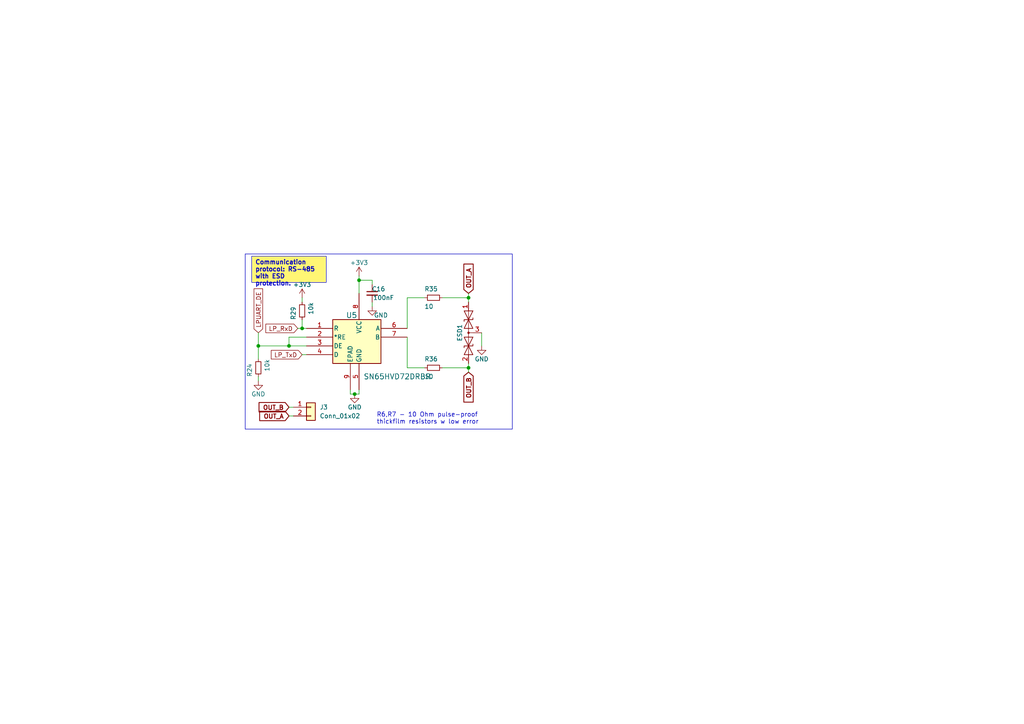
<source format=kicad_sch>
(kicad_sch (version 20230121) (generator eeschema)

  (uuid 46e1c420-73de-4b11-81f8-36f98e171fb4)

  (paper "A4")

  (lib_symbols
    (symbol "1.Texas_Instruments:SN65HVD72DRBR" (pin_names (offset 0.254)) (in_bom yes) (on_board yes)
      (property "Reference" "U" (at 1.27 1.27 0)
        (effects (font (size 1.524 1.524)))
      )
      (property "Value" "SN65HVD72DRBR" (at 18.415 -13.97 0)
        (effects (font (size 1.524 1.524)))
      )
      (property "Footprint" "DRB8_1P65X2P4_TEX" (at 52.07 -5.715 0)
        (effects (font (size 1.27 1.27) italic) hide)
      )
      (property "Datasheet" "SN65HVD72DRBR" (at 50.165 -3.81 0)
        (effects (font (size 1.27 1.27) italic) hide)
      )
      (property "ki_locked" "" (at 0 0 0)
        (effects (font (size 1.27 1.27)))
      )
      (property "ki_keywords" "SN65HVD72DRBR" (at 0 0 0)
        (effects (font (size 1.27 1.27)) hide)
      )
      (property "ki_fp_filters" "DRB8_1P65X2P4_TEX" (at 0 0 0)
        (effects (font (size 1.27 1.27)) hide)
      )
      (symbol "SN65HVD72DRBR_0_1"
        (pin output line (at -7.62 -2.54 0) (length 7.62)
          (name "R" (effects (font (size 1.27 1.27))))
          (number "1" (effects (font (size 1.27 1.27))))
        )
        (pin input line (at -7.62 -5.08 0) (length 7.62)
          (name "*RE" (effects (font (size 1.27 1.27))))
          (number "2" (effects (font (size 1.27 1.27))))
        )
        (pin input line (at -7.62 -7.62 0) (length 7.62)
          (name "DE" (effects (font (size 1.27 1.27))))
          (number "3" (effects (font (size 1.27 1.27))))
        )
        (pin input line (at -7.62 -10.16 0) (length 7.62)
          (name "D" (effects (font (size 1.27 1.27))))
          (number "4" (effects (font (size 1.27 1.27))))
        )
        (pin power_in line (at 7.62 -20.32 90) (length 7.62)
          (name "GND" (effects (font (size 1.27 1.27))))
          (number "5" (effects (font (size 1.27 1.27))))
        )
        (pin bidirectional line (at 21.59 -2.54 180) (length 7.62)
          (name "A" (effects (font (size 1.27 1.27))))
          (number "6" (effects (font (size 1.27 1.27))))
        )
        (pin bidirectional line (at 21.59 -5.08 180) (length 7.62)
          (name "B" (effects (font (size 1.27 1.27))))
          (number "7" (effects (font (size 1.27 1.27))))
        )
        (pin power_in line (at 7.62 7.62 270) (length 7.62)
          (name "VCC" (effects (font (size 1.27 1.27))))
          (number "8" (effects (font (size 1.27 1.27))))
        )
        (pin unspecified line (at 5.08 -20.32 90) (length 7.62)
          (name "EPAD" (effects (font (size 1.27 1.27))))
          (number "9" (effects (font (size 1.27 1.27))))
        )
      )
      (symbol "SN65HVD72DRBR_1_1"
        (rectangle (start 0 0) (end 13.97 -12.7)
          (stroke (width 0.254) (type solid))
          (fill (type background))
        )
      )
    )
    (symbol "Connector_Generic:Conn_01x02" (pin_names (offset 1.016) hide) (in_bom yes) (on_board yes)
      (property "Reference" "J" (at 0 2.54 0)
        (effects (font (size 1.27 1.27)))
      )
      (property "Value" "Conn_01x02" (at 0 -5.08 0)
        (effects (font (size 1.27 1.27)))
      )
      (property "Footprint" "" (at 0 0 0)
        (effects (font (size 1.27 1.27)) hide)
      )
      (property "Datasheet" "~" (at 0 0 0)
        (effects (font (size 1.27 1.27)) hide)
      )
      (property "ki_keywords" "connector" (at 0 0 0)
        (effects (font (size 1.27 1.27)) hide)
      )
      (property "ki_description" "Generic connector, single row, 01x02, script generated (kicad-library-utils/schlib/autogen/connector/)" (at 0 0 0)
        (effects (font (size 1.27 1.27)) hide)
      )
      (property "ki_fp_filters" "Connector*:*_1x??_*" (at 0 0 0)
        (effects (font (size 1.27 1.27)) hide)
      )
      (symbol "Conn_01x02_1_1"
        (rectangle (start -1.27 -2.413) (end 0 -2.667)
          (stroke (width 0.1524) (type default))
          (fill (type none))
        )
        (rectangle (start -1.27 0.127) (end 0 -0.127)
          (stroke (width 0.1524) (type default))
          (fill (type none))
        )
        (rectangle (start -1.27 1.27) (end 1.27 -3.81)
          (stroke (width 0.254) (type default))
          (fill (type background))
        )
        (pin passive line (at -5.08 0 0) (length 3.81)
          (name "Pin_1" (effects (font (size 1.27 1.27))))
          (number "1" (effects (font (size 1.27 1.27))))
        )
        (pin passive line (at -5.08 -2.54 0) (length 3.81)
          (name "Pin_2" (effects (font (size 1.27 1.27))))
          (number "2" (effects (font (size 1.27 1.27))))
        )
      )
    )
    (symbol "Device:C_Small" (pin_numbers hide) (pin_names (offset 0.254) hide) (in_bom yes) (on_board yes)
      (property "Reference" "C" (at 0.254 1.778 0)
        (effects (font (size 1.27 1.27)) (justify left))
      )
      (property "Value" "C_Small" (at 0.254 -2.032 0)
        (effects (font (size 1.27 1.27)) (justify left))
      )
      (property "Footprint" "" (at 0 0 0)
        (effects (font (size 1.27 1.27)) hide)
      )
      (property "Datasheet" "~" (at 0 0 0)
        (effects (font (size 1.27 1.27)) hide)
      )
      (property "ki_keywords" "capacitor cap" (at 0 0 0)
        (effects (font (size 1.27 1.27)) hide)
      )
      (property "ki_description" "Unpolarized capacitor, small symbol" (at 0 0 0)
        (effects (font (size 1.27 1.27)) hide)
      )
      (property "ki_fp_filters" "C_*" (at 0 0 0)
        (effects (font (size 1.27 1.27)) hide)
      )
      (symbol "C_Small_0_1"
        (polyline
          (pts
            (xy -1.524 -0.508)
            (xy 1.524 -0.508)
          )
          (stroke (width 0.3302) (type default))
          (fill (type none))
        )
        (polyline
          (pts
            (xy -1.524 0.508)
            (xy 1.524 0.508)
          )
          (stroke (width 0.3048) (type default))
          (fill (type none))
        )
      )
      (symbol "C_Small_1_1"
        (pin passive line (at 0 2.54 270) (length 2.032)
          (name "~" (effects (font (size 1.27 1.27))))
          (number "1" (effects (font (size 1.27 1.27))))
        )
        (pin passive line (at 0 -2.54 90) (length 2.032)
          (name "~" (effects (font (size 1.27 1.27))))
          (number "2" (effects (font (size 1.27 1.27))))
        )
      )
    )
    (symbol "Device:R_Small" (pin_numbers hide) (pin_names (offset 0.254) hide) (in_bom yes) (on_board yes)
      (property "Reference" "R" (at 0.762 0.508 0)
        (effects (font (size 1.27 1.27)) (justify left))
      )
      (property "Value" "R_Small" (at 0.762 -1.016 0)
        (effects (font (size 1.27 1.27)) (justify left))
      )
      (property "Footprint" "" (at 0 0 0)
        (effects (font (size 1.27 1.27)) hide)
      )
      (property "Datasheet" "~" (at 0 0 0)
        (effects (font (size 1.27 1.27)) hide)
      )
      (property "ki_keywords" "R resistor" (at 0 0 0)
        (effects (font (size 1.27 1.27)) hide)
      )
      (property "ki_description" "Resistor, small symbol" (at 0 0 0)
        (effects (font (size 1.27 1.27)) hide)
      )
      (property "ki_fp_filters" "R_*" (at 0 0 0)
        (effects (font (size 1.27 1.27)) hide)
      )
      (symbol "R_Small_0_1"
        (rectangle (start -0.762 1.778) (end 0.762 -1.778)
          (stroke (width 0.2032) (type default))
          (fill (type none))
        )
      )
      (symbol "R_Small_1_1"
        (pin passive line (at 0 2.54 270) (length 0.762)
          (name "~" (effects (font (size 1.27 1.27))))
          (number "1" (effects (font (size 1.27 1.27))))
        )
        (pin passive line (at 0 -2.54 90) (length 0.762)
          (name "~" (effects (font (size 1.27 1.27))))
          (number "2" (effects (font (size 1.27 1.27))))
        )
      )
    )
    (symbol "Diode:SM712_SOT23" (pin_names (offset 1.016) hide) (in_bom yes) (on_board yes)
      (property "Reference" "D" (at 0 4.445 0)
        (effects (font (size 1.27 1.27)))
      )
      (property "Value" "SM712_SOT23" (at 0 2.54 0)
        (effects (font (size 1.27 1.27)))
      )
      (property "Footprint" "Package_TO_SOT_SMD:SOT-23" (at 0 -8.89 0)
        (effects (font (size 1.27 1.27)) hide)
      )
      (property "Datasheet" "https://www.littelfuse.com/~/media/electronics/datasheets/tvs_diode_arrays/littelfuse_tvs_diode_array_sm712_datasheet.pdf.pdf" (at -3.81 0 0)
        (effects (font (size 1.27 1.27)) hide)
      )
      (property "ki_keywords" "transient voltage suppressor thyrector transil" (at 0 0 0)
        (effects (font (size 1.27 1.27)) hide)
      )
      (property "ki_description" "7V/12V, 600W Asymmetrical TVS Diode Array, SOT-23" (at 0 0 0)
        (effects (font (size 1.27 1.27)) hide)
      )
      (property "ki_fp_filters" "SOT?23*" (at 0 0 0)
        (effects (font (size 1.27 1.27)) hide)
      )
      (symbol "SM712_SOT23_0_0"
        (polyline
          (pts
            (xy 0 -1.27)
            (xy 0 0)
          )
          (stroke (width 0) (type default))
          (fill (type none))
        )
      )
      (symbol "SM712_SOT23_0_1"
        (polyline
          (pts
            (xy -6.35 0)
            (xy 6.35 0)
          )
          (stroke (width 0) (type default))
          (fill (type none))
        )
        (polyline
          (pts
            (xy -3.302 1.27)
            (xy -3.81 1.27)
            (xy -3.81 -1.27)
            (xy -4.318 -1.27)
          )
          (stroke (width 0.2032) (type default))
          (fill (type none))
        )
        (polyline
          (pts
            (xy 4.318 1.27)
            (xy 3.81 1.27)
            (xy 3.81 -1.27)
            (xy 3.302 -1.27)
          )
          (stroke (width 0.2032) (type default))
          (fill (type none))
        )
        (polyline
          (pts
            (xy -6.35 -1.27)
            (xy -1.27 1.27)
            (xy -1.27 -1.27)
            (xy -6.35 1.27)
            (xy -6.35 -1.27)
          )
          (stroke (width 0.2032) (type default))
          (fill (type none))
        )
        (polyline
          (pts
            (xy 1.27 -1.27)
            (xy 1.27 1.27)
            (xy 6.35 -1.27)
            (xy 6.35 1.27)
            (xy 1.27 -1.27)
          )
          (stroke (width 0.2032) (type default))
          (fill (type none))
        )
        (circle (center 0 0) (radius 0.254)
          (stroke (width 0) (type default))
          (fill (type outline))
        )
      )
      (symbol "SM712_SOT23_1_1"
        (pin passive line (at -8.89 0 0) (length 2.54)
          (name "A1" (effects (font (size 1.27 1.27))))
          (number "1" (effects (font (size 1.27 1.27))))
        )
        (pin passive line (at 8.89 0 180) (length 2.54)
          (name "A2" (effects (font (size 1.27 1.27))))
          (number "2" (effects (font (size 1.27 1.27))))
        )
        (pin input line (at 0 -3.81 90) (length 2.54)
          (name "common" (effects (font (size 1.27 1.27))))
          (number "3" (effects (font (size 1.27 1.27))))
        )
      )
    )
    (symbol "power:+3V3" (power) (pin_names (offset 0)) (in_bom yes) (on_board yes)
      (property "Reference" "#PWR" (at 0 -3.81 0)
        (effects (font (size 1.27 1.27)) hide)
      )
      (property "Value" "+3V3" (at 0 3.556 0)
        (effects (font (size 1.27 1.27)))
      )
      (property "Footprint" "" (at 0 0 0)
        (effects (font (size 1.27 1.27)) hide)
      )
      (property "Datasheet" "" (at 0 0 0)
        (effects (font (size 1.27 1.27)) hide)
      )
      (property "ki_keywords" "global power" (at 0 0 0)
        (effects (font (size 1.27 1.27)) hide)
      )
      (property "ki_description" "Power symbol creates a global label with name \"+3V3\"" (at 0 0 0)
        (effects (font (size 1.27 1.27)) hide)
      )
      (symbol "+3V3_0_1"
        (polyline
          (pts
            (xy -0.762 1.27)
            (xy 0 2.54)
          )
          (stroke (width 0) (type default))
          (fill (type none))
        )
        (polyline
          (pts
            (xy 0 0)
            (xy 0 2.54)
          )
          (stroke (width 0) (type default))
          (fill (type none))
        )
        (polyline
          (pts
            (xy 0 2.54)
            (xy 0.762 1.27)
          )
          (stroke (width 0) (type default))
          (fill (type none))
        )
      )
      (symbol "+3V3_1_1"
        (pin power_in line (at 0 0 90) (length 0) hide
          (name "+3V3" (effects (font (size 1.27 1.27))))
          (number "1" (effects (font (size 1.27 1.27))))
        )
      )
    )
    (symbol "power:GND" (power) (pin_names (offset 0)) (in_bom yes) (on_board yes)
      (property "Reference" "#PWR" (at 0 -6.35 0)
        (effects (font (size 1.27 1.27)) hide)
      )
      (property "Value" "GND" (at 0 -3.81 0)
        (effects (font (size 1.27 1.27)))
      )
      (property "Footprint" "" (at 0 0 0)
        (effects (font (size 1.27 1.27)) hide)
      )
      (property "Datasheet" "" (at 0 0 0)
        (effects (font (size 1.27 1.27)) hide)
      )
      (property "ki_keywords" "global power" (at 0 0 0)
        (effects (font (size 1.27 1.27)) hide)
      )
      (property "ki_description" "Power symbol creates a global label with name \"GND\" , ground" (at 0 0 0)
        (effects (font (size 1.27 1.27)) hide)
      )
      (symbol "GND_0_1"
        (polyline
          (pts
            (xy 0 0)
            (xy 0 -1.27)
            (xy 1.27 -1.27)
            (xy 0 -2.54)
            (xy -1.27 -1.27)
            (xy 0 -1.27)
          )
          (stroke (width 0) (type default))
          (fill (type none))
        )
      )
      (symbol "GND_1_1"
        (pin power_in line (at 0 0 270) (length 0) hide
          (name "GND" (effects (font (size 1.27 1.27))))
          (number "1" (effects (font (size 1.27 1.27))))
        )
      )
    )
  )

  (junction (at 135.89 86.36) (diameter 0) (color 0 0 0 0)
    (uuid 131c88c2-ab40-4c67-99cd-4af578f93524)
  )
  (junction (at 102.87 114.3) (diameter 0) (color 0 0 0 0)
    (uuid 1afa2846-34a3-4068-80f7-82a95fa8db8f)
  )
  (junction (at 83.82 100.33) (diameter 0) (color 0 0 0 0)
    (uuid 4d709972-2e9f-4eaa-bf3a-1b9aa43be7eb)
  )
  (junction (at 135.89 106.68) (diameter 0) (color 0 0 0 0)
    (uuid 4e5a4d12-8d7b-4551-ad07-f04c7ea5e670)
  )
  (junction (at 87.63 95.25) (diameter 0) (color 0 0 0 0)
    (uuid 671e2a4b-66ba-43cf-b857-410d701ab1db)
  )
  (junction (at 74.93 100.33) (diameter 0) (color 0 0 0 0)
    (uuid 8492c6fd-f258-4aef-bd0f-6e31a805338b)
  )
  (junction (at 104.14 81.28) (diameter 0) (color 0 0 0 0)
    (uuid 86e3472e-6ca6-40c8-bb2e-4dff39b919d3)
  )

  (wire (pts (xy 83.82 118.11) (xy 85.09 118.11))
    (stroke (width 0) (type default))
    (uuid 02b881cf-55e4-4f0d-b234-e224dd329cdb)
  )
  (wire (pts (xy 139.7 96.52) (xy 139.7 100.33))
    (stroke (width 0) (type default))
    (uuid 042b8a8f-e422-4d2e-87e6-c5c6ffdd11cd)
  )
  (wire (pts (xy 74.93 96.52) (xy 74.93 100.33))
    (stroke (width 0) (type default))
    (uuid 28997c93-f56e-44cc-8431-69a292b22935)
  )
  (wire (pts (xy 118.11 86.36) (xy 123.19 86.36))
    (stroke (width 0) (type default))
    (uuid 2a7f596e-54b1-46a7-89c5-b62dc5590d1a)
  )
  (wire (pts (xy 83.82 97.79) (xy 83.82 100.33))
    (stroke (width 0) (type default))
    (uuid 2dd210b9-d449-4be5-a517-be4c47f7c103)
  )
  (wire (pts (xy 135.89 106.68) (xy 135.89 107.95))
    (stroke (width 0) (type default))
    (uuid 377dbe82-19b0-4d60-8f36-9c821f94ae08)
  )
  (wire (pts (xy 104.14 81.28) (xy 104.14 85.09))
    (stroke (width 0) (type default))
    (uuid 38933ce1-6853-4c6e-99ad-9f3e207ed786)
  )
  (wire (pts (xy 135.89 106.68) (xy 135.89 105.41))
    (stroke (width 0) (type default))
    (uuid 3a0ecc27-2a0f-4a82-b596-5eead7cf2e4e)
  )
  (wire (pts (xy 118.11 86.36) (xy 118.11 95.25))
    (stroke (width 0) (type default))
    (uuid 3d6db94f-9c06-4f93-9d64-f9c82870031e)
  )
  (wire (pts (xy 83.82 120.65) (xy 85.09 120.65))
    (stroke (width 0) (type default))
    (uuid 5316f19e-c409-4d3d-b034-a09742fbcbdd)
  )
  (wire (pts (xy 128.27 106.68) (xy 135.89 106.68))
    (stroke (width 0) (type default))
    (uuid 54a7d804-5842-45e9-965e-1c38f8d2a1cb)
  )
  (wire (pts (xy 83.82 100.33) (xy 88.9 100.33))
    (stroke (width 0) (type default))
    (uuid 5aa18427-ab8b-4291-9a05-37164e6cf3aa)
  )
  (wire (pts (xy 87.63 86.36) (xy 87.63 87.63))
    (stroke (width 0) (type default))
    (uuid 5acc98df-5d2a-4f92-b1c1-76c2980b5885)
  )
  (wire (pts (xy 101.6 113.03) (xy 101.6 114.3))
    (stroke (width 0) (type default))
    (uuid 5f529e22-8a1f-4e58-a04f-8faca61cd4d0)
  )
  (wire (pts (xy 118.11 106.68) (xy 118.11 97.79))
    (stroke (width 0) (type default))
    (uuid 6949820d-139c-47cc-a769-c3f51562cb3d)
  )
  (wire (pts (xy 135.89 85.09) (xy 135.89 86.36))
    (stroke (width 0) (type default))
    (uuid 711d7404-6800-4b29-852c-1b0e472ccc30)
  )
  (wire (pts (xy 87.63 95.25) (xy 88.9 95.25))
    (stroke (width 0) (type default))
    (uuid 7852d45d-7c62-46f6-b5cb-1ba9acf75b7b)
  )
  (wire (pts (xy 87.63 102.87) (xy 88.9 102.87))
    (stroke (width 0) (type default))
    (uuid 796caaba-57e2-4d32-b521-a585eb56d6a3)
  )
  (wire (pts (xy 135.89 86.36) (xy 135.89 87.63))
    (stroke (width 0) (type default))
    (uuid 843b4a6e-6c0c-47d2-b104-3eb5e2474373)
  )
  (wire (pts (xy 107.95 87.63) (xy 107.95 88.9))
    (stroke (width 0) (type default))
    (uuid 88fbbf79-5995-4a53-a114-6ce3231e86f1)
  )
  (wire (pts (xy 107.95 82.55) (xy 107.95 81.28))
    (stroke (width 0) (type default))
    (uuid 9834065c-9a07-4e5c-84e0-d3f9c027bf8a)
  )
  (wire (pts (xy 101.6 114.3) (xy 102.87 114.3))
    (stroke (width 0) (type default))
    (uuid ac63e9e6-03dc-4fbc-8930-665b85f284b6)
  )
  (wire (pts (xy 74.93 109.22) (xy 74.93 110.49))
    (stroke (width 0) (type default))
    (uuid ae68b1ce-d8a9-43c1-b16e-6835e3a0390d)
  )
  (wire (pts (xy 128.27 86.36) (xy 135.89 86.36))
    (stroke (width 0) (type default))
    (uuid b3ab430b-2fc2-4f9c-b430-dc26850d3ccc)
  )
  (wire (pts (xy 104.14 113.03) (xy 104.14 114.3))
    (stroke (width 0) (type default))
    (uuid b52c7e75-85cd-41ba-a614-09ba68926c88)
  )
  (wire (pts (xy 102.87 114.3) (xy 104.14 114.3))
    (stroke (width 0) (type default))
    (uuid b89e091d-e175-41df-acf5-f936717629c8)
  )
  (wire (pts (xy 104.14 80.01) (xy 104.14 81.28))
    (stroke (width 0) (type default))
    (uuid b966df2a-e370-4bd2-9566-73a6d9520457)
  )
  (wire (pts (xy 118.11 106.68) (xy 123.19 106.68))
    (stroke (width 0) (type default))
    (uuid c8a7cd41-53e4-440f-a75e-467b18d3dd68)
  )
  (wire (pts (xy 86.36 95.25) (xy 87.63 95.25))
    (stroke (width 0) (type default))
    (uuid cc46b0ce-67b7-400e-94e4-c029f1c12ffa)
  )
  (wire (pts (xy 74.93 100.33) (xy 83.82 100.33))
    (stroke (width 0) (type default))
    (uuid d598665a-72c6-43de-bc19-ab323c0731b3)
  )
  (wire (pts (xy 87.63 92.71) (xy 87.63 95.25))
    (stroke (width 0) (type default))
    (uuid d8937818-ad59-4979-bfc2-fc46e294fcff)
  )
  (wire (pts (xy 83.82 97.79) (xy 88.9 97.79))
    (stroke (width 0) (type default))
    (uuid d8a9ad86-b6fe-46a3-b603-29b74e5ba247)
  )
  (wire (pts (xy 104.14 81.28) (xy 107.95 81.28))
    (stroke (width 0) (type default))
    (uuid d93cbc2d-7b36-4dab-84f5-d69667ea24c1)
  )
  (wire (pts (xy 74.93 104.14) (xy 74.93 100.33))
    (stroke (width 0) (type default))
    (uuid f13f3628-64e5-45e2-ad3d-9d48fff381e5)
  )

  (rectangle (start 71.12 73.66) (end 148.59 124.46)
    (stroke (width 0) (type default))
    (fill (type none))
    (uuid 0a2e4b07-c9e8-4dde-9b63-fc70209c2a9d)
  )

  (text_box "Communication protocol: RS-485 with ESD protection."
    (at 73.025 74.295 0) (size 21.59 7.62)
    (stroke (width 0) (type default))
    (fill (type color) (color 255 246 116 1))
    (effects (font (size 1.27 1.27) bold) (justify left top))
    (uuid 22099840-6052-4f00-8b18-7c2de4d8ce79)
  )

  (text "R6,R7 - 10 Ohm pulse-proof \nthickfilm resistors w low error"
    (at 109.22 123.19 0)
    (effects (font (size 1.27 1.27)) (justify left bottom))
    (uuid 90a22979-81eb-435d-a95f-dd15a73da548)
  )

  (global_label "OUT_A" (shape input) (at 83.82 120.65 180) (fields_autoplaced)
    (effects (font (size 1.27 1.27) bold) (justify right))
    (uuid 1cacec7e-a2f6-4b5b-9141-a5e5b2c38369)
    (property "Intersheetrefs" "${INTERSHEET_REFS}" (at 74.801 120.65 0)
      (effects (font (size 1.27 1.27)) (justify right) hide)
    )
  )
  (global_label "OUT_B" (shape input) (at 83.82 118.11 180) (fields_autoplaced)
    (effects (font (size 1.27 1.27) bold) (justify right))
    (uuid 64153556-8817-4b2a-a474-45090d8aae14)
    (property "Intersheetrefs" "${INTERSHEET_REFS}" (at 74.6196 118.11 0)
      (effects (font (size 1.27 1.27)) (justify right) hide)
    )
  )
  (global_label "OUT_A" (shape input) (at 135.89 85.09 90) (fields_autoplaced)
    (effects (font (size 1.27 1.27) bold) (justify left))
    (uuid 93e1fb41-afc2-44ae-992e-55c4a683bdd7)
    (property "Intersheetrefs" "${INTERSHEET_REFS}" (at 135.89 75.944 90)
      (effects (font (size 1.27 1.27)) (justify left) hide)
    )
  )
  (global_label "LP_RxD" (shape input) (at 86.36 95.25 180) (fields_autoplaced)
    (effects (font (size 1.27 1.27)) (justify right))
    (uuid a4f91242-dd83-4e4b-bf2a-05d12dd1a094)
    (property "Intersheetrefs" "${INTERSHEET_REFS}" (at 76.6204 95.25 0)
      (effects (font (size 1.27 1.27)) (justify right) hide)
    )
  )
  (global_label "LPUART_DE" (shape input) (at 74.93 96.52 90) (fields_autoplaced)
    (effects (font (size 1.27 1.27)) (justify left))
    (uuid a80ac159-1cc2-46a6-bebd-4fa828b2f6e8)
    (property "Intersheetrefs" "${INTERSHEET_REFS}" (at 74.93 83.1934 90)
      (effects (font (size 1.27 1.27)) (justify left) hide)
    )
  )
  (global_label "LP_TxD" (shape input) (at 87.63 102.87 180) (fields_autoplaced)
    (effects (font (size 1.27 1.27)) (justify right))
    (uuid d37cdee7-a2e1-48f1-8097-defabde6c89c)
    (property "Intersheetrefs" "${INTERSHEET_REFS}" (at 78.1928 102.87 0)
      (effects (font (size 1.27 1.27)) (justify right) hide)
    )
  )
  (global_label "OUT_B" (shape input) (at 135.89 107.95 270) (fields_autoplaced)
    (effects (font (size 1.27 1.27) bold) (justify right))
    (uuid df1c7b4e-35e6-4466-8552-4fe68794f7a0)
    (property "Intersheetrefs" "${INTERSHEET_REFS}" (at 135.89 117.2774 90)
      (effects (font (size 1.27 1.27)) (justify right) hide)
    )
  )

  (symbol (lib_id "power:+3V3") (at 104.14 80.01 0) (unit 1)
    (in_bom yes) (on_board yes) (dnp no) (fields_autoplaced)
    (uuid 0b9b91a0-ef97-4972-bc88-bdd05f62cbae)
    (property "Reference" "#PWR055" (at 104.14 83.82 0)
      (effects (font (size 1.27 1.27)) hide)
    )
    (property "Value" "+3V3" (at 104.14 76.2 0)
      (effects (font (size 1.27 1.27)))
    )
    (property "Footprint" "" (at 104.14 80.01 0)
      (effects (font (size 1.27 1.27)) hide)
    )
    (property "Datasheet" "" (at 104.14 80.01 0)
      (effects (font (size 1.27 1.27)) hide)
    )
    (pin "1" (uuid cabf3eb1-14a1-4bf4-9b8b-2e49225a8029))
    (instances
      (project "PEEKbot_APS"
        (path "/94378909-68d7-4d93-afe3-b42f0d297cc4"
          (reference "#PWR055") (unit 1)
        )
        (path "/94378909-68d7-4d93-afe3-b42f0d297cc4/4f891c12-8177-47ae-907d-12a3586a53da"
          (reference "#PWR06") (unit 1)
        )
      )
    )
  )

  (symbol (lib_id "power:GND") (at 107.95 88.9 0) (unit 1)
    (in_bom yes) (on_board yes) (dnp no)
    (uuid 31771075-85fb-4a9a-8981-7fe241994f44)
    (property "Reference" "#PWR056" (at 107.95 95.25 0)
      (effects (font (size 1.27 1.27)) hide)
    )
    (property "Value" "GND" (at 110.49 91.44 0)
      (effects (font (size 1.27 1.27)))
    )
    (property "Footprint" "" (at 107.95 88.9 0)
      (effects (font (size 1.27 1.27)) hide)
    )
    (property "Datasheet" "" (at 107.95 88.9 0)
      (effects (font (size 1.27 1.27)) hide)
    )
    (pin "1" (uuid f778b5b3-3ee4-42b1-9e06-90b249d7ab18))
    (instances
      (project "PEEKbot_APS"
        (path "/94378909-68d7-4d93-afe3-b42f0d297cc4"
          (reference "#PWR056") (unit 1)
        )
        (path "/94378909-68d7-4d93-afe3-b42f0d297cc4/4f891c12-8177-47ae-907d-12a3586a53da"
          (reference "#PWR08") (unit 1)
        )
      )
    )
  )

  (symbol (lib_id "Device:R_Small") (at 87.63 90.17 0) (mirror y) (unit 1)
    (in_bom yes) (on_board yes) (dnp no)
    (uuid 33440ee0-4394-4a20-ba87-dcd9f14b8b24)
    (property "Reference" "R29" (at 85.09 88.9 90)
      (effects (font (size 1.27 1.27)) (justify right))
    )
    (property "Value" "10k" (at 90.17 87.63 90)
      (effects (font (size 1.27 1.27)) (justify right))
    )
    (property "Footprint" "Resistor_SMD:R_0603_1608Metric" (at 87.63 90.17 0)
      (effects (font (size 1.27 1.27)) hide)
    )
    (property "Datasheet" "~" (at 87.63 90.17 0)
      (effects (font (size 1.27 1.27)) hide)
    )
    (property "Weblink" "https://www.digikey.ca/en/products/detail/stackpole-electronics-inc/RMCF0603FT10K0/1761235" (at 87.63 90.17 0)
      (effects (font (size 1.27 1.27)) hide)
    )
    (property "Manufacturer Part Number" "RMCF0603FT10K0" (at 87.63 90.17 0)
      (effects (font (size 1.27 1.27)) hide)
    )
    (property "Supplier P/N " "RMCF0603FT10K0CT-ND" (at 87.63 90.17 0)
      (effects (font (size 1.27 1.27)) hide)
    )
    (property "Manufacturer" "Stackpole Electronics Inc" (at 87.63 90.17 0)
      (effects (font (size 1.27 1.27)) hide)
    )
    (property "Description" "10 kOhms ±1% 0.1W, 1/10W Chip Resistor 0603 (1608 Metric) Automotive AEC-Q200 Thick Film" (at 87.63 90.17 0)
      (effects (font (size 1.27 1.27)) hide)
    )
    (property "Supplier" "digikey" (at 87.63 90.17 0)
      (effects (font (size 1.27 1.27)) hide)
    )
    (property "Unit Cost" "0.16" (at 87.63 90.17 0)
      (effects (font (size 1.27 1.27)) hide)
    )
    (pin "1" (uuid 274859ff-b448-4b83-aaae-b5275c41b34d))
    (pin "2" (uuid f6372e35-2ab2-4c99-9a0b-88ebdd567163))
    (instances
      (project "PEEKbot_APS"
        (path "/94378909-68d7-4d93-afe3-b42f0d297cc4"
          (reference "R29") (unit 1)
        )
        (path "/94378909-68d7-4d93-afe3-b42f0d297cc4/4f891c12-8177-47ae-907d-12a3586a53da"
          (reference "R2") (unit 1)
        )
      )
    )
  )

  (symbol (lib_id "Device:R_Small") (at 125.73 86.36 270) (unit 1)
    (in_bom yes) (on_board yes) (dnp no)
    (uuid 36b8846a-2076-45c4-9718-67d67c8ab039)
    (property "Reference" "R35" (at 127 83.82 90)
      (effects (font (size 1.27 1.27)) (justify right))
    )
    (property "Value" "10" (at 125.73 88.9 90)
      (effects (font (size 1.27 1.27)) (justify right))
    )
    (property "Footprint" "Resistor_SMD:R_0603_1608Metric" (at 125.73 86.36 0)
      (effects (font (size 1.27 1.27)) hide)
    )
    (property "Datasheet" "~" (at 125.73 86.36 0)
      (effects (font (size 1.27 1.27)) hide)
    )
    (property "Weblink" "https://www.digikey.ca/en/products/detail/stackpole-electronics-inc/RMCF0603FT10R0/1761152" (at 125.73 86.36 0)
      (effects (font (size 1.27 1.27)) hide)
    )
    (property "Manufacturer Part Number" "RMCF0603FT10R0" (at 125.73 86.36 0)
      (effects (font (size 1.27 1.27)) hide)
    )
    (property "Supplier P/N " "RMCF0603FT10R0CT-ND" (at 125.73 86.36 0)
      (effects (font (size 1.27 1.27)) hide)
    )
    (property "Manufacturer" "Stackpole Electronics Inc" (at 125.73 86.36 0)
      (effects (font (size 1.27 1.27)) hide)
    )
    (property "Description" "10 Ohms ±1% 0.1W, 1/10W Chip Resistor 0603 (1608 Metric) Automotive AEC-Q200 Thick Film" (at 125.73 86.36 0)
      (effects (font (size 1.27 1.27)) hide)
    )
    (property "Supplier" "digikey" (at 125.73 86.36 0)
      (effects (font (size 1.27 1.27)) hide)
    )
    (property "Unit Cost" "0.15" (at 125.73 86.36 0)
      (effects (font (size 1.27 1.27)) hide)
    )
    (pin "1" (uuid 7a20e24c-ff34-48e2-afc5-9194f78fcaf1))
    (pin "2" (uuid 021f8e3e-9733-4667-bda0-f135c618517b))
    (instances
      (project "PEEKbot_APS"
        (path "/94378909-68d7-4d93-afe3-b42f0d297cc4"
          (reference "R35") (unit 1)
        )
        (path "/94378909-68d7-4d93-afe3-b42f0d297cc4/4f891c12-8177-47ae-907d-12a3586a53da"
          (reference "R3") (unit 1)
        )
      )
    )
  )

  (symbol (lib_id "power:GND") (at 102.87 114.3 0) (unit 1)
    (in_bom yes) (on_board yes) (dnp no)
    (uuid 3b2b63d6-3c08-4fc1-8097-a8eb29494cd9)
    (property "Reference" "#PWR053" (at 102.87 120.65 0)
      (effects (font (size 1.27 1.27)) hide)
    )
    (property "Value" "GND" (at 102.87 118.11 0)
      (effects (font (size 1.27 1.27)))
    )
    (property "Footprint" "" (at 102.87 114.3 0)
      (effects (font (size 1.27 1.27)) hide)
    )
    (property "Datasheet" "" (at 102.87 114.3 0)
      (effects (font (size 1.27 1.27)) hide)
    )
    (pin "1" (uuid fa392b39-e3c5-4fe8-996c-2c95370052e8))
    (instances
      (project "PEEKbot_APS"
        (path "/94378909-68d7-4d93-afe3-b42f0d297cc4"
          (reference "#PWR053") (unit 1)
        )
        (path "/94378909-68d7-4d93-afe3-b42f0d297cc4/4f891c12-8177-47ae-907d-12a3586a53da"
          (reference "#PWR04") (unit 1)
        )
      )
    )
  )

  (symbol (lib_id "Connector_Generic:Conn_01x02") (at 90.17 118.11 0) (unit 1)
    (in_bom yes) (on_board yes) (dnp no) (fields_autoplaced)
    (uuid 7e20fd99-7483-4d37-a8cd-21e2175458a8)
    (property "Reference" "J3" (at 92.71 118.11 0)
      (effects (font (size 1.27 1.27)) (justify left))
    )
    (property "Value" "Conn_01x02" (at 92.71 120.65 0)
      (effects (font (size 1.27 1.27)) (justify left))
    )
    (property "Footprint" "Connector_JST:JST_EH_B2B-EH-A_1x02_P2.50mm_Vertical" (at 90.17 118.11 0)
      (effects (font (size 1.27 1.27)) hide)
    )
    (property "Datasheet" "~" (at 90.17 118.11 0)
      (effects (font (size 1.27 1.27)) hide)
    )
    (pin "1" (uuid a603f22d-78b6-4585-ab73-f21555a9faac))
    (pin "2" (uuid 4047af31-0f65-4e1d-a39f-e031d611310a))
    (instances
      (project "PEEKbot_APS"
        (path "/94378909-68d7-4d93-afe3-b42f0d297cc4"
          (reference "J3") (unit 1)
        )
        (path "/94378909-68d7-4d93-afe3-b42f0d297cc4/4f891c12-8177-47ae-907d-12a3586a53da"
          (reference "J6") (unit 1)
        )
      )
    )
  )

  (symbol (lib_id "1.Texas_Instruments:SN65HVD72DRBR") (at 96.52 92.71 0) (unit 1)
    (in_bom yes) (on_board yes) (dnp no) (fields_autoplaced)
    (uuid 7e5b1523-ecc8-4574-83c3-72a7f8f142e1)
    (property "Reference" "U5" (at 100.33 91.44 0)
      (effects (font (size 1.524 1.524)) (justify left))
    )
    (property "Value" "SN65HVD72DRBR" (at 105.41 109.22 0)
      (effects (font (size 1.524 1.524)) (justify left))
    )
    (property "Footprint" "Library:VSSOP-8_3.0x3.0mm_PO0.65mm-EPAD" (at 148.59 98.425 0)
      (effects (font (size 1.27 1.27) italic) hide)
    )
    (property "Datasheet" "https://www.ti.com/general/docs/suppproductinfo.tsp?distId=10&gotoUrl=https%3A%2F%2Fwww.ti.com%2Flit%2Fgpn%2Fsn65hvd72" (at 146.685 96.52 0)
      (effects (font (size 1.27 1.27) italic) hide)
    )
    (property "Description" "1/1 Transceiver Half RS422, RS485 8-SON (3x3)" (at 96.52 92.71 0)
      (effects (font (size 1.27 1.27)) hide)
    )
    (property "Manufacturer" "Texas Instruments" (at 96.52 92.71 0)
      (effects (font (size 1.27 1.27)) hide)
    )
    (property "Manufacturer Part Number" "SN65HVD72DRBR" (at 96.52 92.71 0)
      (effects (font (size 1.27 1.27)) hide)
    )
    (property "Supplier" "digikey" (at 96.52 92.71 0)
      (effects (font (size 1.27 1.27)) hide)
    )
    (property "Supplier P/N " "296-40520-1-ND" (at 96.52 92.71 0)
      (effects (font (size 1.27 1.27)) hide)
    )
    (property "Unit Cost" "4.61" (at 96.52 92.71 0)
      (effects (font (size 1.27 1.27)) hide)
    )
    (property "Weblink" "https://www.digikey.ca/en/products/detail/texas-instruments/SN65HVD72DRBR/3881278?s=N4IgTCBcDaIMoDkBsBWAEgNQCIHYxYCUAhAkAXQF8g" (at 96.52 92.71 0)
      (effects (font (size 1.27 1.27)) hide)
    )
    (pin "1" (uuid c1132bc1-61d7-4af3-9fa4-4cbf9f5bd71e))
    (pin "2" (uuid 40290f03-7818-484c-b84f-ebd1a0a110a9))
    (pin "3" (uuid 3b97670a-ffee-401b-afbf-bb90a9c983af))
    (pin "4" (uuid 116727fe-e1d1-456d-b39d-e34703c95d17))
    (pin "5" (uuid cdf6c628-a6e9-4acc-adee-5a2a9a267214))
    (pin "6" (uuid e807915b-9a94-47f6-b74f-29e5d9dd1251))
    (pin "7" (uuid 29ebe69a-8fc4-4c63-a178-04ae75644030))
    (pin "8" (uuid 613fe517-fff6-405f-8195-7391007d748f))
    (pin "9" (uuid b23a1def-a224-4776-b2eb-4c048a88bd01))
    (instances
      (project "PEEKbot_APS"
        (path "/94378909-68d7-4d93-afe3-b42f0d297cc4"
          (reference "U5") (unit 1)
        )
        (path "/94378909-68d7-4d93-afe3-b42f0d297cc4/4f891c12-8177-47ae-907d-12a3586a53da"
          (reference "U2") (unit 1)
        )
      )
    )
  )

  (symbol (lib_id "Device:R_Small") (at 125.73 106.68 270) (unit 1)
    (in_bom yes) (on_board yes) (dnp no)
    (uuid 7e613f0b-7e5e-464b-af92-dcc5a7dbfebf)
    (property "Reference" "R36" (at 127 104.14 90)
      (effects (font (size 1.27 1.27)) (justify right))
    )
    (property "Value" "10" (at 125.73 109.22 90)
      (effects (font (size 1.27 1.27)) (justify right))
    )
    (property "Footprint" "Resistor_SMD:R_0603_1608Metric" (at 125.73 106.68 0)
      (effects (font (size 1.27 1.27)) hide)
    )
    (property "Datasheet" "~" (at 125.73 106.68 0)
      (effects (font (size 1.27 1.27)) hide)
    )
    (property "Weblink" "https://www.digikey.ca/en/products/detail/stackpole-electronics-inc/RMCF0603FT10R0/1761152" (at 125.73 106.68 0)
      (effects (font (size 1.27 1.27)) hide)
    )
    (property "Manufacturer Part Number" "RMCF0603FT10R0" (at 125.73 106.68 0)
      (effects (font (size 1.27 1.27)) hide)
    )
    (property "Supplier P/N " "RMCF0603FT10R0CT-ND" (at 125.73 106.68 0)
      (effects (font (size 1.27 1.27)) hide)
    )
    (property "Manufacturer" "Stackpole Electronics Inc" (at 125.73 106.68 0)
      (effects (font (size 1.27 1.27)) hide)
    )
    (property "Description" "10 Ohms ±1% 0.1W, 1/10W Chip Resistor 0603 (1608 Metric) Automotive AEC-Q200 Thick Film" (at 125.73 106.68 0)
      (effects (font (size 1.27 1.27)) hide)
    )
    (property "Supplier" "digikey" (at 125.73 106.68 0)
      (effects (font (size 1.27 1.27)) hide)
    )
    (property "Unit Cost" "0.15" (at 125.73 106.68 0)
      (effects (font (size 1.27 1.27)) hide)
    )
    (pin "1" (uuid a177ea25-ad49-4178-8ff1-ba39c6a1f8fa))
    (pin "2" (uuid 3320c2a5-b4a6-4de4-949d-d13b1c50532a))
    (instances
      (project "PEEKbot_APS"
        (path "/94378909-68d7-4d93-afe3-b42f0d297cc4"
          (reference "R36") (unit 1)
        )
        (path "/94378909-68d7-4d93-afe3-b42f0d297cc4/4f891c12-8177-47ae-907d-12a3586a53da"
          (reference "R4") (unit 1)
        )
      )
    )
  )

  (symbol (lib_id "Device:R_Small") (at 74.93 106.68 0) (mirror y) (unit 1)
    (in_bom yes) (on_board yes) (dnp no)
    (uuid b4546ab1-590b-4f3f-a087-32c69c096911)
    (property "Reference" "R24" (at 72.39 105.41 90)
      (effects (font (size 1.27 1.27)) (justify right))
    )
    (property "Value" "10k" (at 77.47 104.14 90)
      (effects (font (size 1.27 1.27)) (justify right))
    )
    (property "Footprint" "Resistor_SMD:R_0603_1608Metric" (at 74.93 106.68 0)
      (effects (font (size 1.27 1.27)) hide)
    )
    (property "Datasheet" "~" (at 74.93 106.68 0)
      (effects (font (size 1.27 1.27)) hide)
    )
    (property "Weblink" "https://www.digikey.ca/en/products/detail/stackpole-electronics-inc/RMCF0603FT10K0/1761235" (at 74.93 106.68 0)
      (effects (font (size 1.27 1.27)) hide)
    )
    (property "Manufacturer Part Number" "RMCF0603FT10K0" (at 74.93 106.68 0)
      (effects (font (size 1.27 1.27)) hide)
    )
    (property "Supplier P/N " "RMCF0603FT10K0CT-ND" (at 74.93 106.68 0)
      (effects (font (size 1.27 1.27)) hide)
    )
    (property "Manufacturer" "Stackpole Electronics Inc" (at 74.93 106.68 0)
      (effects (font (size 1.27 1.27)) hide)
    )
    (property "Description" "10 kOhms ±1% 0.1W, 1/10W Chip Resistor 0603 (1608 Metric) Automotive AEC-Q200 Thick Film" (at 74.93 106.68 0)
      (effects (font (size 1.27 1.27)) hide)
    )
    (property "Supplier" "digikey" (at 74.93 106.68 0)
      (effects (font (size 1.27 1.27)) hide)
    )
    (property "Unit Cost" "0.16" (at 74.93 106.68 0)
      (effects (font (size 1.27 1.27)) hide)
    )
    (pin "1" (uuid 3a573f68-3b32-4149-9f6d-3772c770c73a))
    (pin "2" (uuid cf4395f3-7412-42bc-a318-9f0a19132013))
    (instances
      (project "PEEKbot_APS"
        (path "/94378909-68d7-4d93-afe3-b42f0d297cc4"
          (reference "R24") (unit 1)
        )
        (path "/94378909-68d7-4d93-afe3-b42f0d297cc4/4f891c12-8177-47ae-907d-12a3586a53da"
          (reference "R1") (unit 1)
        )
      )
    )
  )

  (symbol (lib_id "power:GND") (at 74.93 110.49 0) (unit 1)
    (in_bom yes) (on_board yes) (dnp no)
    (uuid c186fbd2-043f-45b5-ade3-08c6ccc5dc11)
    (property "Reference" "#PWR044" (at 74.93 116.84 0)
      (effects (font (size 1.27 1.27)) hide)
    )
    (property "Value" "GND" (at 74.93 114.3 0)
      (effects (font (size 1.27 1.27)))
    )
    (property "Footprint" "" (at 74.93 110.49 0)
      (effects (font (size 1.27 1.27)) hide)
    )
    (property "Datasheet" "" (at 74.93 110.49 0)
      (effects (font (size 1.27 1.27)) hide)
    )
    (pin "1" (uuid ff79e839-5763-4f6b-bb0a-9cdba92bffd7))
    (instances
      (project "PEEKbot_APS"
        (path "/94378909-68d7-4d93-afe3-b42f0d297cc4"
          (reference "#PWR044") (unit 1)
        )
        (path "/94378909-68d7-4d93-afe3-b42f0d297cc4/4f891c12-8177-47ae-907d-12a3586a53da"
          (reference "#PWR01") (unit 1)
        )
      )
    )
  )

  (symbol (lib_id "Diode:SM712_SOT23") (at 135.89 96.52 90) (mirror x) (unit 1)
    (in_bom yes) (on_board yes) (dnp no)
    (uuid d1183d58-a525-4697-bf22-a0c0830a9f69)
    (property "Reference" "ESD1" (at 133.35 93.98 0)
      (effects (font (size 1.27 1.27)) (justify left))
    )
    (property "Value" "SM712_SOT23" (at 151.13 101.6 90)
      (effects (font (size 1.27 1.27)) (justify left) hide)
    )
    (property "Footprint" "Package_TO_SOT_SMD:SOT-23" (at 144.78 96.52 0)
      (effects (font (size 1.27 1.27)) hide)
    )
    (property "Datasheet" "https://www.littelfuse.com/~/media/electronics/datasheets/tvs_diode_arrays/littelfuse_tvs_diode_array_sm712_datasheet.pdf.pdf" (at 135.89 92.71 0)
      (effects (font (size 1.27 1.27)) hide)
    )
    (property "Description" "26V, 12V Clamp 17A (8/20µs) Ipp Tvs Diode Surface Mount SOT-23-3" (at 135.89 96.52 0)
      (effects (font (size 1.27 1.27)) hide)
    )
    (property "Manufacturer" "SMC Diode Solutions" (at 135.89 96.52 0)
      (effects (font (size 1.27 1.27)) hide)
    )
    (property "Manufacturer Part Number" "SM712" (at 135.89 96.52 0)
      (effects (font (size 1.27 1.27)) hide)
    )
    (property "Supplier" "digikey" (at 135.89 96.52 0)
      (effects (font (size 1.27 1.27)) hide)
    )
    (property "Supplier P/N " "1655-SM712CT-ND" (at 135.89 96.52 0)
      (effects (font (size 1.27 1.27)) hide)
    )
    (property "Unit Cost" "0.15" (at 135.89 96.52 0)
      (effects (font (size 1.27 1.27)) hide)
    )
    (property "Weblink" "https://www.digikey.ca/en/products/detail/smc-diode-solutions/SM712/16584910" (at 135.89 96.52 0)
      (effects (font (size 1.27 1.27)) hide)
    )
    (pin "1" (uuid d7098abf-efc5-4283-8f82-44c3f321f8a0))
    (pin "2" (uuid 272ba888-0e53-422f-a983-2b832b0b1f9c))
    (pin "3" (uuid ea63d370-2dae-431b-8584-173182a4a15f))
    (instances
      (project "PEEKbot_APS"
        (path "/94378909-68d7-4d93-afe3-b42f0d297cc4"
          (reference "ESD1") (unit 1)
        )
        (path "/94378909-68d7-4d93-afe3-b42f0d297cc4/4f891c12-8177-47ae-907d-12a3586a53da"
          (reference "ESD2") (unit 1)
        )
      )
    )
  )

  (symbol (lib_id "power:+3V3") (at 87.63 86.36 0) (unit 1)
    (in_bom yes) (on_board yes) (dnp no) (fields_autoplaced)
    (uuid d9bb00a3-24c2-4e26-8527-2473389186d2)
    (property "Reference" "#PWR048" (at 87.63 90.17 0)
      (effects (font (size 1.27 1.27)) hide)
    )
    (property "Value" "+3V3" (at 87.63 82.55 0)
      (effects (font (size 1.27 1.27)))
    )
    (property "Footprint" "" (at 87.63 86.36 0)
      (effects (font (size 1.27 1.27)) hide)
    )
    (property "Datasheet" "" (at 87.63 86.36 0)
      (effects (font (size 1.27 1.27)) hide)
    )
    (pin "1" (uuid f1b7b414-9144-4641-983b-c3426617971b))
    (instances
      (project "PEEKbot_APS"
        (path "/94378909-68d7-4d93-afe3-b42f0d297cc4"
          (reference "#PWR048") (unit 1)
        )
        (path "/94378909-68d7-4d93-afe3-b42f0d297cc4/4f891c12-8177-47ae-907d-12a3586a53da"
          (reference "#PWR02") (unit 1)
        )
      )
    )
  )

  (symbol (lib_id "Device:C_Small") (at 107.95 85.09 0) (mirror y) (unit 1)
    (in_bom yes) (on_board yes) (dnp no)
    (uuid dc673332-ebe4-4355-871c-207877c4550d)
    (property "Reference" "C16" (at 111.76 83.82 0)
      (effects (font (size 1.27 1.27)) (justify left))
    )
    (property "Value" "100nF" (at 114.3 86.36 0)
      (effects (font (size 1.27 1.27)) (justify left))
    )
    (property "Footprint" "Capacitor_SMD:C_0603_1608Metric" (at 107.95 85.09 0)
      (effects (font (size 1.27 1.27)) hide)
    )
    (property "Datasheet" "~" (at 107.95 85.09 0)
      (effects (font (size 1.27 1.27)) hide)
    )
    (property "Weblink" "https://www.digikey.ca/en/products/detail/samsung-electro-mechanics/CL10B104KB8NNNC/3886658" (at 107.95 85.09 0)
      (effects (font (size 1.27 1.27)) hide)
    )
    (property "Manufacturer Part Number" "CL10B104KB8NNNC" (at 107.95 85.09 0)
      (effects (font (size 1.27 1.27)) hide)
    )
    (property "Supplier P/N " "1271276-1000-1-ND" (at 107.95 85.09 0)
      (effects (font (size 1.27 1.27)) hide)
    )
    (property "Manufacturer" "Samsung Electro-Mechanics" (at 107.95 85.09 0)
      (effects (font (size 1.27 1.27)) hide)
    )
    (property "Description" "0.1 µF ±10% 50V Ceramic Capacitor X7R 0603 (1608 Metric)" (at 107.95 85.09 0)
      (effects (font (size 1.27 1.27)) hide)
    )
    (property "Supplier" "digikey" (at 107.95 85.09 0)
      (effects (font (size 1.27 1.27)) hide)
    )
    (property "Unit Cost" "0.15" (at 107.95 85.09 0)
      (effects (font (size 1.27 1.27)) hide)
    )
    (pin "1" (uuid 3362a02e-79b0-41dc-88f4-c4eb41d7cdc3))
    (pin "2" (uuid e71ccc3a-ecd4-4ae8-91c1-1afe8b09eece))
    (instances
      (project "PEEKbot_APS"
        (path "/94378909-68d7-4d93-afe3-b42f0d297cc4"
          (reference "C16") (unit 1)
        )
        (path "/94378909-68d7-4d93-afe3-b42f0d297cc4/4f891c12-8177-47ae-907d-12a3586a53da"
          (reference "C3") (unit 1)
        )
      )
    )
  )

  (symbol (lib_id "power:GND") (at 139.7 100.33 0) (unit 1)
    (in_bom yes) (on_board yes) (dnp no)
    (uuid eda88301-4eb3-4fed-bfee-8d41314bdbe0)
    (property "Reference" "#PWR064" (at 139.7 106.68 0)
      (effects (font (size 1.27 1.27)) hide)
    )
    (property "Value" "GND" (at 139.7 104.14 0)
      (effects (font (size 1.27 1.27)))
    )
    (property "Footprint" "" (at 139.7 100.33 0)
      (effects (font (size 1.27 1.27)) hide)
    )
    (property "Datasheet" "" (at 139.7 100.33 0)
      (effects (font (size 1.27 1.27)) hide)
    )
    (pin "1" (uuid 3ed3aad8-3991-4ad0-aa61-fd997d86ba44))
    (instances
      (project "PEEKbot_APS"
        (path "/94378909-68d7-4d93-afe3-b42f0d297cc4"
          (reference "#PWR064") (unit 1)
        )
        (path "/94378909-68d7-4d93-afe3-b42f0d297cc4/4f891c12-8177-47ae-907d-12a3586a53da"
          (reference "#PWR09") (unit 1)
        )
      )
    )
  )
)

</source>
